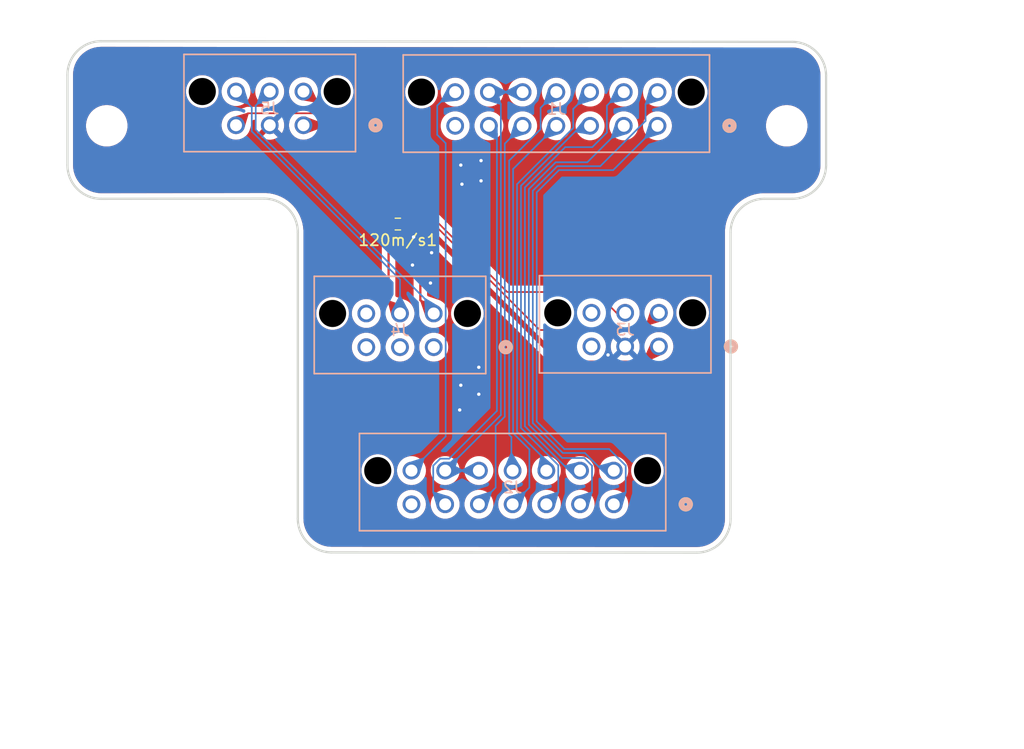
<source format=kicad_pcb>
(kicad_pcb (version 20241229) (generator "pcbnew") (generator_version "9.0")
  (layers (0 "F.Cu" signal) (2 "B.Cu" signal) (13 "F.Paste" user) (15 "B.Paste" user) (5 "F.SilkS" user "F.Silkscreen") (7 "B.SilkS" user "B.Silkscreen") (1 "F.Mask" user) (3 "B.Mask" user) (25 "Edge.Cuts" user))
  (net 0 "")
  (net 3 "/H1{slash}A_RX+")
  (net 4 "/H3{slash}I_RX+")
  (net 5 "GND_MCI")
  (net 6 "/Serial_RX-")
  (net 7 "/H3{slash}I_RX-")
  (net 8 "+12V_MCI")
  (net 9 "/H2{slash}B_RX+")
  (net 10 "/Serial_RX+")
  (net 11 "/H2{slash}B_RX-")
  (net 12 "+5V_MCI")
  (net 13 "/H1{slash}A_RX-")
  (net 20 "/Shield_MCI")
  (net 21 "GND")
  (net 22 "+12V")
  (net 23 "/CAN_L-in")
  (net 24 "/CAN_H-in")
  (net 25 "/CAN_L-out")
  (net 26 "/CAN_H-out")
  (footprint "MountingHole:MountingHole_3.2mm_M3" (layer "F.Cu") (at 177.5 58)
    (property "Reference" "REF**" (hide yes))
    (property "Value" "MountingHole_3.2mm_M3")
    (pad "" np_thru_hole circle (at 0 0) (size 3.2 3.2) (drill 3.2) (layers "*.Cu" "*.Mask"))
  )
  (footprint "Resistor_SMD:R_0603_1608Metric" (layer "F.Cu") (at 142.9 66.75 180)
    (property "Reference" "120m/s1" (at 0 -1.43 0) (layer "F.SilkS"))
    (property "Value" "Microphone_Condenser")
    (fp_line (start -0.237258 0.5225) (end 0.237258 0.5225) (stroke (width 0.12)) (layer "F.SilkS"))
    (fp_line (start -0.237258 -0.5225) (end 0.237258 -0.5225) (stroke (width 0.12)) (layer "F.SilkS"))
    (pad "1" smd roundrect (at -0.825 0 180) (size 0.8 0.95) (layers "F.Cu" "F.Mask" "F.Paste") (net 26 "/CAN_H-out"))
    (pad "2" smd roundrect (at 0.825 0 180) (size 0.8 0.95) (layers "F.Cu" "F.Mask" "F.Paste") (net 25 "/CAN_L-out"))
  )
  (footprint "MountingHole:MountingHole_3.2mm_M3" (layer "F.Cu") (at 117 58)
    (property "Reference" "REF**" (hide yes))
    (property "Value" "MountingHole_3.2mm_M3")
    (pad "" np_thru_hole circle (at 0 0) (size 3.2 3.2) (drill 3.2) (layers "*.Cu" "*.Mask"))
  )
  (footprint "UTSVT_Connectors:Molex_Microfit3.0_02x03_6-Pin-Vertical-PCB-Receptacle_447690601" (layer "B.Cu") (at 166.124998 77.65 180)
    (property "Reference" "J3" (at 2.999999 1.5 0) (layer "B.SilkS") (effects (justify mirror)))
    (property "Value" "Conn_01x06")
    (fp_circle (center -6.410701 0) (end -6.029701 0) (stroke (width 0.508)) (fill no) (layer "F.SilkS"))
    (fp_line (start 10.632699 6.307) (end -4.632701 6.307) (stroke (width 0.1524)) (layer "B.SilkS"))
    (fp_line (start 10.632699 -2.3544) (end 10.632699 6.307) (stroke (width 0.1524)) (layer "B.SilkS"))
    (fp_line (start -4.632701 6.307) (end -4.632701 -2.3544) (stroke (width 0.1524)) (layer "B.SilkS"))
    (fp_line (start -4.632701 -2.3544) (end 10.632699 -2.3544) (stroke (width 0.1524)) (layer "B.SilkS"))
    (fp_circle (center -6.410701 0) (end -6.029701 0) (stroke (width 0.508)) (fill no) (layer "B.SilkS"))
    (pad "" np_thru_hole circle (at -2.999999 2.999999 180) (size 2.413 2.413) (drill 2.413) (layers))
    (pad "" np_thru_hole circle (at 8.999997 2.999999 180) (size 2.413 2.413) (drill 2.413) (layers))
    (pad "1" thru_hole circle (at 0 0 180) (size 1.5748 1.5748) (drill 1.0668) (layers "*.Cu" "*.Mask") (net 22 "+12V"))
    (pad "2" thru_hole circle (at 2.999999 0 180) (size 1.5748 1.5748) (drill 1.0668) (layers "*.Cu" "*.Mask") (net 21 "GND"))
    (pad "3" thru_hole circle (at 5.999998 0 180) (size 1.5748 1.5748) (drill 1.0668) (layers "*.Cu" "*.Mask"))
    (pad "4" thru_hole circle (at 0 2.999999 180) (size 1.5748 1.5748) (drill 1.0668) (layers "*.Cu" "*.Mask") (net 24 "/CAN_H-in"))
    (pad "5" thru_hole circle (at 2.999999 2.999999 180) (size 1.5748 1.5748) (drill 1.0668) (layers "*.Cu" "*.Mask") (net 23 "/CAN_L-in"))
    (pad "6" thru_hole circle (at 5.999998 2.999999 180) (size 1.5748 1.5748) (drill 1.0668) (layers "*.Cu" "*.Mask"))
  )
  (footprint "UTSVT_Connectors:Molex_Microfit3.0_02x07_14-Pin-Vertical-PCB-Receptacle_447691401" (layer "B.Cu") (at 162.109994 91.699999 180)
    (property "Reference" "J2" (at 8.999997 1.5 0) (layer "B.SilkS") (effects (justify mirror)))
    (property "Value" "Conn_01x14")
    (fp_circle (center -6.405103 0) (end -6.024103 0) (stroke (width 0.508)) (fill no) (layer "F.SilkS"))
    (fp_line (start 22.627097 6.307) (end -4.627103 6.307) (stroke (width 0.1524)) (layer "B.SilkS"))
    (fp_line (start 22.627097 -2.3544) (end 22.627097 6.307) (stroke (width 0.1524)) (layer "B.SilkS"))
    (fp_line (start -4.627103 6.307) (end -4.627103 -2.3544) (stroke (width 0.1524)) (layer "B.SilkS"))
    (fp_line (start -4.627103 -2.3544) (end 22.627097 -2.3544) (stroke (width 0.1524)) (layer "B.SilkS"))
    (fp_circle (center -6.405103 0) (end -6.024103 0) (stroke (width 0.508)) (fill no) (layer "B.SilkS"))
    (pad "" np_thru_hole circle (at -3.000002 2.999999 180) (size 2.413 2.413) (drill 2.413) (layers))
    (pad "" np_thru_hole circle (at 20.999996 2.999999 180) (size 2.413 2.413) (drill 2.413) (layers))
    (pad "1" thru_hole circle (at 0 0 180) (size 1.5748 1.5748) (drill 1.0668) (layers "*.Cu" "*.Mask") (net 10 "/Serial_RX+"))
    (pad "2" thru_hole circle (at 2.999999 0 180) (size 1.5748 1.5748) (drill 1.0668) (layers "*.Cu" "*.Mask") (net 4 "/H3{slash}I_RX+"))
    (pad "3" thru_hole circle (at 5.999998 0 180) (size 1.5748 1.5748) (drill 1.0668) (layers "*.Cu" "*.Mask") (net 9 "/H2{slash}B_RX+"))
    (pad "4" thru_hole circle (at 8.999997 0 180) (size 1.5748 1.5748) (drill 1.0668) (layers "*.Cu" "*.Mask") (net 3 "/H1{slash}A_RX+"))
    (pad "5" thru_hole circle (at 11.999996 0 180) (size 1.5748 1.5748) (drill 1.0668) (layers "*.Cu" "*.Mask") (net 8 "+12V_MCI"))
    (pad "6" thru_hole circle (at 14.999995 0 180) (size 1.5748 1.5748) (drill 1.0668) (layers "*.Cu" "*.Mask") (net 12 "+5V_MCI"))
    (pad "7" thru_hole circle (at 17.999994 0 180) (size 1.5748 1.5748) (drill 1.0668) (layers "*.Cu" "*.Mask"))
    (pad "8" thru_hole circle (at 0 2.999999 180) (size 1.5748 1.5748) (drill 1.0668) (layers "*.Cu" "*.Mask") (net 6 "/Serial_RX-"))
    (pad "9" thru_hole circle (at 2.999999 2.999999 180) (size 1.5748 1.5748) (drill 1.0668) (layers "*.Cu" "*.Mask") (net 7 "/H3{slash}I_RX-"))
    (pad "10" thru_hole circle (at 5.999998 2.999999 180) (size 1.5748 1.5748) (drill 1.0668) (layers "*.Cu" "*.Mask") (net 11 "/H2{slash}B_RX-"))
    (pad "11" thru_hole circle (at 8.999997 2.999999 180) (size 1.5748 1.5748) (drill 1.0668) (layers "*.Cu" "*.Mask") (net 13 "/H1{slash}A_RX-"))
    (pad "12" thru_hole circle (at 11.999996 2.999999 180) (size 1.5748 1.5748) (drill 1.0668) (layers "*.Cu" "*.Mask") (net 5 "GND_MCI"))
    (pad "13" thru_hole circle (at 14.999995 2.999999 180) (size 1.5748 1.5748) (drill 1.0668) (layers "*.Cu" "*.Mask") (net 5 "GND_MCI"))
    (pad "14" thru_hole circle (at 17.999994 2.999999 180) (size 1.5748 1.5748) (drill 1.0668) (layers "*.Cu" "*.Mask") (net 20 "/Shield_MCI"))
  )
  (footprint "UTSVT_Connectors:Molex_Microfit3.0_02x07_14-Pin-Vertical-PCB-Receptacle_447691401" (layer "B.Cu") (at 166 58 180)
    (property "Reference" "J1" (at 8.999997 1.5 0) (layer "B.SilkS") (effects (justify mirror)))
    (property "Value" "Conn_01x14")
    (fp_circle (center -6.405103 0) (end -6.024103 0) (stroke (width 0.508)) (fill no) (layer "F.SilkS"))
    (fp_line (start 22.627097 6.307) (end -4.627103 6.307) (stroke (width 0.1524)) (layer "B.SilkS"))
    (fp_line (start 22.627097 -2.3544) (end 22.627097 6.307) (stroke (width 0.1524)) (layer "B.SilkS"))
    (fp_line (start -4.627103 6.307) (end -4.627103 -2.3544) (stroke (width 0.1524)) (layer "B.SilkS"))
    (fp_line (start -4.627103 -2.3544) (end 22.627097 -2.3544) (stroke (width 0.1524)) (layer "B.SilkS"))
    (fp_circle (center -6.405103 0) (end -6.024103 0) (stroke (width 0.508)) (fill no) (layer "B.SilkS"))
    (pad "" np_thru_hole circle (at -3.000002 2.999999 180) (size 2.413 2.413) (drill 2.413) (layers))
    (pad "" np_thru_hole circle (at 20.999996 2.999999 180) (size 2.413 2.413) (drill 2.413) (layers))
    (pad "1" thru_hole circle (at 0 0 180) (size 1.5748 1.5748) (drill 1.0668) (layers "*.Cu" "*.Mask") (net 10 "/Serial_RX+"))
    (pad "2" thru_hole circle (at 2.999999 0 180) (size 1.5748 1.5748) (drill 1.0668) (layers "*.Cu" "*.Mask") (net 4 "/H3{slash}I_RX+"))
    (pad "3" thru_hole circle (at 5.999998 0 180) (size 1.5748 1.5748) (drill 1.0668) (layers "*.Cu" "*.Mask") (net 9 "/H2{slash}B_RX+"))
    (pad "4" thru_hole circle (at 8.999997 0 180) (size 1.5748 1.5748) (drill 1.0668) (layers "*.Cu" "*.Mask") (net 3 "/H1{slash}A_RX+"))
    (pad "5" thru_hole circle (at 11.999996 0 180) (size 1.5748 1.5748) (drill 1.0668) (layers "*.Cu" "*.Mask") (net 8 "+12V_MCI"))
    (pad "6" thru_hole circle (at 14.999995 0 180) (size 1.5748 1.5748) (drill 1.0668) (layers "*.Cu" "*.Mask") (net 12 "+5V_MCI"))
    (pad "7" thru_hole circle (at 17.999994 0 180) (size 1.5748 1.5748) (drill 1.0668) (layers "*.Cu" "*.Mask"))
    (pad "8" thru_hole circle (at 0 2.999999 180) (size 1.5748 1.5748) (drill 1.0668) (layers "*.Cu" "*.Mask") (net 6 "/Serial_RX-"))
    (pad "9" thru_hole circle (at 2.999999 2.999999 180) (size 1.5748 1.5748) (drill 1.0668) (layers "*.Cu" "*.Mask") (net 7 "/H3{slash}I_RX-"))
    (pad "10" thru_hole circle (at 5.999998 2.999999 180) (size 1.5748 1.5748) (drill 1.0668) (layers "*.Cu" "*.Mask") (net 11 "/H2{slash}B_RX-"))
    (pad "11" thru_hole circle (at 8.999997 2.999999 180) (size 1.5748 1.5748) (drill 1.0668) (layers "*.Cu" "*.Mask") (net 13 "/H1{slash}A_RX-"))
    (pad "12" thru_hole circle (at 11.999996 2.999999 180) (size 1.5748 1.5748) (drill 1.0668) (layers "*.Cu" "*.Mask") (net 5 "GND_MCI"))
    (pad "13" thru_hole circle (at 14.999995 2.999999 180) (size 1.5748 1.5748) (drill 1.0668) (layers "*.Cu" "*.Mask") (net 5 "GND_MCI"))
    (pad "14" thru_hole circle (at 17.999994 2.999999 180) (size 1.5748 1.5748) (drill 1.0668) (layers "*.Cu" "*.Mask") (net 20 "/Shield_MCI"))
  )
  (footprint "UTSVT_Connectors:Molex_Microfit3.0_02x03_6-Pin-Vertical-PCB-Receptacle_447690601" (layer "B.Cu") (at 146.089999 77.709999 180)
    (property "Reference" "J4" (at 2.999999 1.5 0) (layer "B.SilkS") (effects (justify mirror)))
    (property "Value" "Conn_01x06")
    (fp_circle (center -6.410701 0) (end -6.029701 0) (stroke (width 0.508)) (fill no) (layer "F.SilkS"))
    (fp_line (start 10.632699 6.307) (end -4.632701 6.307) (stroke (width 0.1524)) (layer "B.SilkS"))
    (fp_line (start 10.632699 -2.3544) (end 10.632699 6.307) (stroke (width 0.1524)) (layer "B.SilkS"))
    (fp_line (start -4.632701 6.307) (end -4.632701 -2.3544) (stroke (width 0.1524)) (layer "B.SilkS"))
    (fp_line (start -4.632701 -2.3544) (end 10.632699 -2.3544) (stroke (width 0.1524)) (layer "B.SilkS"))
    (fp_circle (center -6.410701 0) (end -6.029701 0) (stroke (width 0.508)) (fill no) (layer "B.SilkS"))
    (pad "" np_thru_hole circle (at -2.999999 2.999999 180) (size 2.413 2.413) (drill 2.413) (layers))
    (pad "" np_thru_hole circle (at 8.999997 2.999999 180) (size 2.413 2.413) (drill 2.413) (layers))
    (pad "1" thru_hole circle (at 0 0 180) (size 1.5748 1.5748) (drill 1.0668) (layers "*.Cu" "*.Mask"))
    (pad "2" thru_hole circle (at 2.999999 0 180) (size 1.5748 1.5748) (drill 1.0668) (layers "*.Cu" "*.Mask"))
    (pad "3" thru_hole circle (at 5.999998 0 180) (size 1.5748 1.5748) (drill 1.0668) (layers "*.Cu" "*.Mask"))
    (pad "4" thru_hole circle (at 0 2.999999 180) (size 1.5748 1.5748) (drill 1.0668) (layers "*.Cu" "*.Mask") (net 26 "/CAN_H-out"))
    (pad "5" thru_hole circle (at 2.999999 2.999999 180) (size 1.5748 1.5748) (drill 1.0668) (layers "*.Cu" "*.Mask") (net 25 "/CAN_L-out"))
    (pad "6" thru_hole circle (at 5.999998 2.999999 180) (size 1.5748 1.5748) (drill 1.0668) (layers "*.Cu" "*.Mask"))
  )
  (footprint "UTSVT_Connectors:Molex_Microfit3.0_02x03_6-Pin-Vertical-PCB-Receptacle_447690601" (layer "B.Cu") (at 134.5 57.949999 180)
    (property "Reference" "J5" (at 2.999999 1.5 0) (layer "B.SilkS") (effects (justify mirror)))
    (property "Value" "Conn_01x06")
    (fp_circle (center -6.410701 0) (end -6.029701 0) (stroke (width 0.508)) (fill no) (layer "F.SilkS"))
    (fp_line (start 10.632699 6.307) (end -4.632701 6.307) (stroke (width 0.1524)) (layer "B.SilkS"))
    (fp_line (start 10.632699 -2.3544) (end 10.632699 6.307) (stroke (width 0.1524)) (layer "B.SilkS"))
    (fp_line (start -4.632701 6.307) (end -4.632701 -2.3544) (stroke (width 0.1524)) (layer "B.SilkS"))
    (fp_line (start -4.632701 -2.3544) (end 10.632699 -2.3544) (stroke (width 0.1524)) (layer "B.SilkS"))
    (fp_circle (center -6.410701 0) (end -6.029701 0) (stroke (width 0.508)) (fill no) (layer "B.SilkS"))
    (pad "" np_thru_hole circle (at -2.999999 2.999999 180) (size 2.413 2.413) (drill 2.413) (layers))
    (pad "" np_thru_hole circle (at 8.999997 2.999999 180) (size 2.413 2.413) (drill 2.413) (layers))
    (pad "1" thru_hole circle (at 0 0 180) (size 1.5748 1.5748) (drill 1.0668) (layers "*.Cu" "*.Mask") (net 22 "+12V"))
    (pad "2" thru_hole circle (at 2.999999 0 180) (size 1.5748 1.5748) (drill 1.0668) (layers "*.Cu" "*.Mask") (net 21 "GND"))
    (pad "3" thru_hole circle (at 5.999998 0 180) (size 1.5748 1.5748) (drill 1.0668) (layers "*.Cu" "*.Mask") (net 24 "/CAN_H-in"))
    (pad "4" thru_hole circle (at 0 2.999999 180) (size 1.5748 1.5748) (drill 1.0668) (layers "*.Cu" "*.Mask") (net 23 "/CAN_L-in"))
    (pad "5" thru_hole circle (at 2.999999 2.999999 180) (size 1.5748 1.5748) (drill 1.0668) (layers "*.Cu" "*.Mask") (net 26 "/CAN_H-out"))
    (pad "6" thru_hole circle (at 5.999998 2.999999 180) (size 1.5748 1.5748) (drill 1.0668) (layers "*.Cu" "*.Mask") (net 25 "/CAN_L-out"))
  )
  (gr_line (start 172.5 67.5) (end 172.5 93) (stroke (width 0.2)) (layer "Edge.Cuts"))
  (gr_arc (start 113.5 53.469675) (mid 114.37868 51.348355) (end 116.5 50.469675) (stroke (width 0.2)) (layer "Edge.Cuts"))
  (gr_line (start 181 53.530325) (end 181 61.5) (stroke (width 0.2)) (layer "Edge.Cuts"))
  (gr_line (start 113.5 61.5) (end 113.5 53.4697) (stroke (width 0.2)) (layer "Edge.Cuts"))
  (gr_arc (start 116.5 64.5) (mid 114.37868 63.62132) (end 113.5 61.5) (stroke (width 0.2)) (layer "Edge.Cuts"))
  (gr_line (start 175.5 64.5) (end 178 64.5) (stroke (width 0.2)) (layer "Edge.Cuts"))
  (gr_arc (start 136.99868 95.98132) (mid 134.87736 95.10264) (end 133.99868 92.98132) (stroke (width 0.2)) (layer "Edge.Cuts"))
  (gr_arc (start 172.5 93) (mid 171.62132 95.12132) (end 169.5 96) (stroke (width 0.2)) (layer "Edge.Cuts"))
  (gr_arc (start 181 61.5) (mid 180.12132 63.62132) (end 178 64.5) (stroke (width 0.2)) (layer "Edge.Cuts"))
  (gr_arc (start 178 50.530325) (mid 180.12132 51.409005) (end 181 53.530325) (stroke (width 0.2)) (layer "Edge.Cuts"))
  (gr_arc (start 130.99868 64.48132) (mid 133.12 65.36) (end 133.99868 67.48132) (stroke (width 0.2)) (layer "Edge.Cuts"))
  (gr_line (start 116.5 50.469675) (end 178 50.530325) (stroke (width 0.2)) (layer "Edge.Cuts"))
  (gr_arc (start 172.5 67.5) (mid 173.37868 65.37868) (end 175.5 64.5) (stroke (width 0.2)) (layer "Edge.Cuts"))
  (gr_line (start 116.5 64.5) (end 130.99868 64.481321) (stroke (width 0.2)) (layer "Edge.Cuts"))
  (gr_line (start 133.99868 67.48132) (end 133.99868 92.98132) (stroke (width 0.2)) (layer "Edge.Cuts"))
  (gr_line (start 169.5 96) (end 136.99868 95.981319) (stroke (width 0.2)) (layer "Edge.Cuts"))
  (segment (start 154.6 90.209996) (end 154.6 86.813193) (width 0.15) (layer "B.Cu") (net 3))
  (segment (start 153.151 61.849003) (end 157.000003 58) (width 0.15) (layer "B.Cu") (net 3))
  (segment (start 153.151 85.364193) (end 153.151 61.849003) (width 0.15) (layer "B.Cu") (net 3))
  (segment (start 154.6 86.813193) (end 153.151 85.364193) (width 0.15) (layer "B.Cu") (net 3))
  (segment (start 153.109997 91.699999) (end 154.6 90.209996) (width 0.15) (layer "B.Cu") (net 3))
  (segment (start 156.944582 61.244582) (end 159.755419 61.244582) (width 0.15) (layer "B.Cu") (net 4))
  (segment (start 159.490982 87.577112) (end 157.522888 87.577112) (width 0.15) (layer "B.Cu") (net 4))
  (segment (start 159.109995 91.699999) (end 160.173395 90.636599) (width 0.15) (layer "B.Cu") (net 4))
  (segment (start 154.555 63.634164) (end 156.944582 61.244582) (width 0.15) (layer "B.Cu") (net 4))
  (segment (start 160.173395 88.259525) (end 159.490982 87.577112) (width 0.15) (layer "B.Cu") (net 4))
  (segment (start 157.522888 87.577112) (end 154.555 84.609224) (width 0.15) (layer "B.Cu") (net 4))
  (segment (start 154.555 84.609224) (end 154.555 63.634164) (width 0.15) (layer "B.Cu") (net 4))
  (segment (start 160.173395 90.636599) (end 160.173395 88.259525) (width 0.15) (layer "B.Cu") (net 4))
  (segment (start 159.755419 61.244582) (end 163.000001 58) (width 0.15) (layer "B.Cu") (net 4))
  (segment (start 147.109999 88.7) (end 152.063405 83.746594) (width 0.15) (layer "B.Cu") (net 5))
  (segment (start 151.000005 55.000001) (end 154.000004 55.000001) (width 0.15) (layer "B.Cu") (net 5))
  (segment (start 147.109999 88.7) (end 150.109998 88.7) (width 0.15) (layer "B.Cu") (net 5))
  (segment (start 152.063405 56.063401) (end 151.000005 55.000001) (width 0.15) (layer "B.Cu") (net 5))
  (segment (start 152.063405 83.746594) (end 152.063405 56.063401) (width 0.15) (layer "B.Cu") (net 5))
  (segment (start 164.9366 57.567276) (end 164.9366 56.063401) (width 0.15) (layer "B.Cu") (net 6))
  (segment (start 154.906 63.779552) (end 157.08997 61.595582) (width 0.15) (layer "B.Cu") (net 6))
  (segment (start 157.571082 87.128918) (end 154.906 84.463836) (width 0.15) (layer "B.Cu") (net 6))
  (segment (start 161.110259 88.7) (end 159.539176 87.128918) (width 0.15) (layer "B.Cu") (net 6))
  (segment (start 164.9366 56.063401) (end 166 55.000001) (width 0.15) (layer "B.Cu") (net 6))
  (segment (start 159.539176 87.128918) (end 157.571082 87.128918) (width 0.15) (layer "B.Cu") (net 6))
  (segment (start 157.08997 61.595582) (end 160.908294 61.595582) (width 0.15) (layer "B.Cu") (net 6))
  (segment (start 154.906 84.463836) (end 154.906 63.779552) (width 0.15) (layer "B.Cu") (net 6))
  (segment (start 162.109994 88.7) (end 161.110259 88.7) (width 0.15) (layer "B.Cu") (net 6))
  (segment (start 160.908294 61.595582) (end 164.9366 57.567276) (width 0.15) (layer "B.Cu") (net 6))
  (segment (start 159.109995 88.7) (end 158.149388 88.7) (width 0.15) (layer "B.Cu") (net 7))
  (segment (start 154.204 63.488776) (end 157.792776 59.9) (width 0.15) (layer "B.Cu") (net 7))
  (segment (start 160.2 59.9) (end 161.5 58.6) (width 0.15) (layer "B.Cu") (net 7))
  (segment (start 162.699999 55.000001) (end 163.000001 55.000001) (width 0.15) (layer "B.Cu") (net 7))
  (segment (start 161.5 56.2) (end 162.699999 55.000001) (width 0.15) (layer "B.Cu") (net 7))
  (segment (start 158.149388 88.7) (end 154.204 84.754612) (width 0.15) (layer "B.Cu") (net 7))
  (segment (start 154.204 84.754612) (end 154.204 63.488776) (width 0.15) (layer "B.Cu") (net 7))
  (segment (start 161.5 58.6) (end 161.5 56.2) (width 0.15) (layer "B.Cu") (net 7))
  (segment (start 157.792776 59.9) (end 160.2 59.9) (width 0.15) (layer "B.Cu") (net 7))
  (segment (start 151.6 90.209997) (end 151.6 84.706387) (width 0.15) (layer "B.Cu") (net 8))
  (segment (start 150.109998 91.699999) (end 151.6 90.209997) (width 0.15) (layer "B.Cu") (net 8))
  (segment (start 152.414405 83.891982) (end 152.414405 59.585599) (width 0.15) (layer "B.Cu") (net 8))
  (segment (start 152.414405 59.585599) (end 154.000004 58) (width 0.15) (layer "B.Cu") (net 8))
  (segment (start 151.6 84.706387) (end 152.414405 83.891982) (width 0.15) (layer "B.Cu") (net 8))
  (segment (start 156.109996 91.699999) (end 157.173396 90.636599) (width 0.15) (layer "B.Cu") (net 9))
  (segment (start 157.173396 88.220396) (end 153.853 84.9) (width 0.15) (layer "B.Cu") (net 9))
  (segment (start 159.196388 58) (end 160.000002 58) (width 0.15) (layer "B.Cu") (net 9))
  (segment (start 153.853 63.343388) (end 159.196388 58) (width 0.15) (layer "B.Cu") (net 9))
  (segment (start 157.173396 90.636599) (end 157.173396 88.220396) (width 0.15) (layer "B.Cu") (net 9))
  (segment (start 153.853 84.9) (end 153.853 63.343388) (width 0.15) (layer "B.Cu") (net 9))
  (segment (start 162.053418 61.946582) (end 166 58) (width 0.15) (layer "B.Cu") (net 10))
  (segment (start 162.109994 91.699999) (end 163.173394 90.636599) (width 0.15) (layer "B.Cu") (net 10))
  (segment (start 155.257 63.92494) (end 157.235358 61.946582) (width 0.15) (layer "B.Cu") (net 10))
  (segment (start 155.257 84.318448) (end 155.257 63.92494) (width 0.15) (layer "B.Cu") (net 10))
  (segment (start 157.235358 61.946582) (end 162.053418 61.946582) (width 0.15) (layer "B.Cu") (net 10))
  (segment (start 163.173394 88.259525) (end 161.691787 86.777918) (width 0.15) (layer "B.Cu") (net 10))
  (segment (start 157.71647 86.777918) (end 155.257 84.318448) (width 0.15) (layer "B.Cu") (net 10))
  (segment (start 161.691787 86.777918) (end 157.71647 86.777918) (width 0.15) (layer "B.Cu") (net 10))
  (segment (start 163.173394 90.636599) (end 163.173394 88.259525) (width 0.15) (layer "B.Cu") (net 10))
  (segment (start 158.5 58.2) (end 158.5 56.500003) (width 0.15) (layer "B.Cu") (net 11))
  (segment (start 153.502 85.218805) (end 153.502 63.198) (width 0.15) (layer "B.Cu") (net 11))
  (segment (start 158.5 56.500003) (end 160.000002 55.000001) (width 0.15) (layer "B.Cu") (net 11))
  (segment (start 156.109996 88.7) (end 156.109996 87.826801) (width 0.15) (layer "B.Cu") (net 11))
  (segment (start 153.502 63.198) (end 158.5 58.2) (width 0.15) (layer "B.Cu") (net 11))
  (segment (start 156.109996 87.826801) (end 153.502 85.218805) (width 0.15) (layer "B.Cu") (net 11))
  (segment (start 146.046599 90.636599) (end 146.046599 88.259525) (width 0.15) (layer "B.Cu") (net 12))
  (segment (start 146.669524 87.6366) (end 147.4634 87.6366) (width 0.15) (layer "B.Cu") (net 12))
  (segment (start 147.109999 91.699999) (end 146.046599 90.636599) (width 0.15) (layer "B.Cu") (net 12))
  (segment (start 151.712405 58.7124) (end 151.000005 58) (width 0.15) (layer "B.Cu") (net 12))
  (segment (start 151.712405 83.387595) (end 151.712405 58.7124) (width 0.15) (layer "B.Cu") (net 12))
  (segment (start 147.4634 87.6366) (end 151.712405 83.387595) (width 0.15) (layer "B.Cu") (net 12))
  (segment (start 146.046599 88.259525) (end 146.669524 87.6366) (width 0.15) (layer "B.Cu") (net 12))
  (segment (start 155.6 56.400004) (end 157.000003 55.000001) (width 0.15) (layer "B.Cu") (net 13))
  (segment (start 155.6 58.3) (end 155.6 56.400004) (width 0.15) (layer "B.Cu") (net 13))
  (segment (start 153 88.590003) (end 153 85.709582) (width 0.15) (layer "B.Cu") (net 13))
  (segment (start 153 85.709582) (end 152.8 85.509581) (width 0.15) (layer "B.Cu") (net 13))
  (segment (start 152.8 85.509581) (end 152.8 61.1) (width 0.15) (layer "B.Cu") (net 13))
  (segment (start 153.109997 88.7) (end 153 88.590003) (width 0.15) (layer "B.Cu") (net 13))
  (segment (start 152.8 61.1) (end 155.6 58.3) (width 0.15) (layer "B.Cu") (net 13))
  (segment (start 147.153399 85.656601) (end 147.153399 59.553399) (width 0.15) (layer "B.Cu") (net 20))
  (segment (start 146.4 58.8) (end 146.4 56.2) (width 0.15) (layer "B.Cu") (net 20))
  (segment (start 147.599999 55.000001) (end 148.000006 55.000001) (width 0.15) (layer "B.Cu") (net 20))
  (segment (start 146.4 56.2) (end 147.599999 55.000001) (width 0.15) (layer "B.Cu") (net 20))
  (segment (start 144.11 88.7) (end 147.153399 85.656601) (width 0.15) (layer "B.Cu") (net 20))
  (segment (start 147.153399 59.553399) (end 146.4 58.8) (width 0.15) (layer "B.Cu") (net 20))
  (via (at 150.3 61.1) (size 0.6) (drill 0.3) (layers "F.Cu" "B.Cu") (net 21))
  (via (at 145.8 72) (size 0.6) (drill 0.3) (layers "F.Cu" "B.Cu") (net 21))
  (via (at 144.2 70.4) (size 0.6) (drill 0.3) (layers "F.Cu" "B.Cu") (net 21))
  (via (at 150.1 79.5) (size 0.6) (drill 0.3) (layers "F.Cu" "B.Cu") (net 21))
  (via (at 148.6 63.2) (size 0.6) (drill 0.3) (layers "F.Cu" "B.Cu") (net 21))
  (via (at 150.1 81.9) (size 0.6) (drill 0.3) (layers "F.Cu" "B.Cu") (net 21))
  (via (at 148.5 81.1) (size 0.6) (drill 0.3) (layers "F.Cu" "B.Cu") (net 21))
  (via (at 145.9 69.3) (size 0.6) (drill 0.3) (layers "F.Cu" "B.Cu") (net 21))
  (via (at 148.4 83.3) (size 0.6) (drill 0.3) (layers "F.Cu" "B.Cu") (net 21))
  (via (at 148.5 61.5) (size 0.6) (drill 0.3) (layers "F.Cu" "B.Cu") (net 21))
  (via (at 144.3 67.9) (size 0.6) (drill 0.3) (layers "F.Cu" "B.Cu") (net 21))
  (via (at 150.3 62.9) (size 0.6) (drill 0.3) (layers "F.Cu" "B.Cu") (net 21))
  (via (at 161.6 78.4) (size 0.6) (drill 0.3) (layers "F.Cu" "B.Cu") (net 21))
  (segment (start 164.623998 79.151) (end 166.124998 77.65) (width 0.5) (layer "F.Cu") (net 22))
  (segment (start 134.5 57.949999) (end 136.326195 57.949999) (width 0.5) (layer "F.Cu") (net 22))
  (segment (start 136.326195 57.949999) (end 157.527196 79.151) (width 0.5) (layer "F.Cu") (net 22))
  (segment (start 157.527196 79.151) (end 164.623998 79.151) (width 0.5) (layer "F.Cu") (net 22))
  (segment (start 162.350001 74.650001) (end 163.124999 74.650001) (width 0.15) (layer "F.Cu") (net 23))
  (segment (start 152.634198 72.8) (end 160.5 72.8) (width 0.15) (layer "F.Cu") (net 23))
  (segment (start 134.784199 54.95) (end 152.634198 72.8) (width 0.15) (layer "F.Cu") (net 23))
  (segment (start 160.5 72.8) (end 162.350001 74.650001) (width 0.15) (layer "F.Cu") (net 23))
  (segment (start 134.5 54.95) (end 134.784199 54.95) (width 0.15) (layer "F.Cu") (net 23))
  (segment (start 129.563402 56.886599) (end 136.22441 56.886599) (width 0.15) (layer "F.Cu") (net 24))
  (segment (start 136.22441 56.886599) (end 155.520311 76.182501) (width 0.15) (layer "F.Cu") (net 24))
  (segment (start 155.520311 76.182501) (end 164.592498 76.182501) (width 0.15) (layer "F.Cu") (net 24))
  (segment (start 128.500002 57.949999) (end 129.563402 56.886599) (width 0.15) (layer "F.Cu") (net 24))
  (segment (start 164.592498 76.182501) (end 166.124998 74.650001) (width 0.15) (layer "F.Cu") (net 24))
  (segment (start 142.075 73.695) (end 143.09 74.71) (width 0.2) (layer "F.Cu") (net 25))
  (segment (start 142.075 66.75) (end 142.075 73.695) (width 0.2) (layer "F.Cu") (net 25))
  (segment (start 143.09 71.686388) (end 143.09 74.71) (width 0.15) (layer "B.Cu") (net 25))
  (segment (start 128.500002 54.95) (end 129.9 56.349998) (width 0.15) (layer "B.Cu") (net 25))
  (segment (start 129.9 56.349998) (end 129.9 58.496389) (width 0.15) (layer "B.Cu") (net 25))
  (segment (start 129.9 58.496389) (end 143.09 71.686388) (width 0.15) (layer "B.Cu") (net 25))
  (segment (start 144.9 67.375) (end 144.9 73.520001) (width 0.2) (layer "F.Cu") (net 26))
  (segment (start 143.725 66.75) (end 144.275 66.75) (width 0.2) (layer "F.Cu") (net 26))
  (segment (start 144.9 73.520001) (end 146.089999 74.71) (width 0.2) (layer "F.Cu") (net 26))
  (segment (start 144.275 66.75) (end 144.9 67.375) (width 0.2) (layer "F.Cu") (net 26))
  (segment (start 130.248196 56.201805) (end 131.500001 54.95) (width 0.15) (layer "B.Cu") (net 26))
  (segment (start 130.251 58.351) (end 130.251 56.204609) (width 0.15) (layer "B.Cu") (net 26))
  (segment (start 146.089999 74.189999) (end 130.251 58.351) (width 0.15) (layer "B.Cu") (net 26))
  (segment (start 146.089999 74.71) (end 146.089999 74.189999) (width 0.15) (layer "B.Cu") (net 26))
  (segment (start 130.251 56.204609) (end 130.248196 56.201805) (width 0.15) (layer "B.Cu") (net 26))
  (zone (net 21) (net_name "GND") (layers "F.Cu" "B.Cu") (connect_pads (clearance 0.5)) (min_thickness 0.25) (fill yes (thermal_gap 0.5) (thermal_bridge_width 0.5))
    (polygon (pts (xy 109.4 46.8) (xy 187.5 46.9) (xy 187.6 113.5) (xy 107.5 109.3)))
  )
)
</source>
